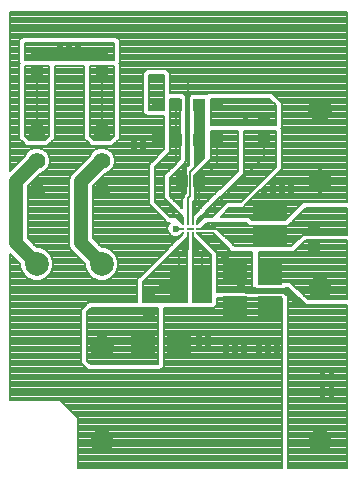
<source format=gtl>
G75*
G70*
%OFA0B0*%
%FSLAX24Y24*%
%IPPOS*%
%LPD*%
%AMOC8*
5,1,8,0,0,1.08239X$1,22.5*
%
%ADD10C,0.0079*%
%ADD11R,0.1181X0.0591*%
%ADD12R,0.0394X0.0394*%
%ADD13R,0.0787X0.0787*%
%ADD14C,0.0787*%
%ADD15R,0.0591X0.1181*%
%ADD16C,0.0551*%
%ADD17C,0.0079*%
%ADD18C,0.0236*%
%ADD19C,0.0472*%
%ADD20C,0.0118*%
%ADD21C,0.0197*%
D10*
X006063Y008110D03*
X006220Y008110D03*
X006220Y008268D03*
X006063Y008268D03*
X006063Y008425D03*
X006220Y008425D03*
X006378Y008425D03*
X006535Y008425D03*
X006535Y008268D03*
X006535Y008110D03*
X006378Y008110D03*
D11*
X008957Y008071D03*
X008957Y008858D03*
D12*
X010433Y008268D03*
X010433Y007677D03*
X006594Y009843D03*
X006004Y009843D03*
X005807Y011220D03*
X006594Y011220D03*
X007185Y011220D03*
X007185Y012402D03*
X006594Y012402D03*
X005807Y012402D03*
X005217Y012402D03*
X005217Y011220D03*
X003346Y013484D03*
X003346Y014075D03*
X001181Y014075D03*
X001181Y013484D03*
X008760Y011909D03*
X008760Y011319D03*
X004921Y006004D03*
X004921Y005413D03*
D13*
X004724Y004331D03*
X005906Y004331D03*
X007776Y005610D03*
X008957Y005610D03*
X008957Y006791D03*
X007776Y006791D03*
D14*
X010630Y006299D03*
X010630Y009843D03*
X010630Y012205D03*
X003346Y007087D03*
X001181Y007087D03*
X003346Y004331D03*
X003346Y001181D03*
X010630Y001181D03*
D15*
X006693Y006398D03*
X005906Y006398D03*
D16*
X003346Y009531D03*
X003346Y010531D03*
X003346Y011531D03*
X001181Y011531D03*
X001181Y010531D03*
X001181Y009531D03*
D17*
X002559Y000276D02*
X009350Y000276D01*
X009350Y000377D01*
X009350Y005945D01*
X008118Y005945D01*
X007185Y005945D01*
X007185Y005726D01*
X007070Y005610D01*
X006907Y005610D01*
X006479Y005610D01*
X006316Y005610D01*
X006299Y005627D01*
X006282Y005610D01*
X006119Y005610D01*
X005413Y005610D01*
X005413Y003822D01*
X005413Y003659D01*
X005298Y003543D01*
X003061Y003543D01*
X002898Y003543D01*
X002773Y003668D01*
X002657Y003784D01*
X002657Y005567D01*
X002773Y005682D01*
X002773Y005682D01*
X002782Y005692D01*
X002782Y005692D01*
X002898Y005807D01*
X004528Y005807D01*
X004528Y005889D01*
X004528Y006578D01*
X004643Y006693D01*
X005512Y007562D01*
X005512Y007562D01*
X005627Y007677D01*
X006021Y008071D01*
X006000Y008071D01*
X005963Y008034D01*
X005862Y007992D01*
X005752Y007992D01*
X005651Y008034D01*
X005573Y008112D01*
X005531Y008213D01*
X005531Y008323D01*
X005573Y008424D01*
X005614Y008465D01*
X005529Y008465D01*
X005413Y008580D01*
X004921Y009072D01*
X004921Y009235D01*
X004921Y010416D01*
X005037Y010531D01*
X005413Y010908D01*
X005413Y012008D01*
X005003Y012008D01*
X004840Y012008D01*
X004724Y012123D01*
X004724Y013467D01*
X004840Y013583D01*
X005003Y013583D01*
X005332Y013583D01*
X005495Y013583D01*
X005610Y013467D01*
X005610Y012795D01*
X006046Y012795D01*
X006161Y012680D01*
X006161Y012664D01*
X006161Y012139D01*
X006161Y010509D01*
X006046Y010394D01*
X005610Y009958D01*
X005610Y009353D01*
X005692Y009272D01*
X006024Y008940D01*
X006024Y009190D01*
X006024Y009353D01*
X006102Y009432D01*
X006102Y010076D01*
X006102Y010239D01*
X006240Y010377D01*
X006240Y010396D01*
X006240Y010958D01*
X006240Y011483D01*
X006240Y012139D01*
X006240Y012664D01*
X006332Y012756D01*
X006857Y012756D01*
X006862Y012750D01*
X006907Y012795D01*
X007070Y012795D01*
X009015Y012795D01*
X009130Y012680D01*
X009350Y012460D01*
X009350Y012297D01*
X009350Y011631D01*
X009333Y011614D01*
X009350Y011597D01*
X009350Y010416D01*
X009350Y010253D01*
X008169Y009072D01*
X008054Y008957D01*
X007601Y008957D01*
X007306Y008661D01*
X008088Y008661D01*
X008251Y008661D01*
X008349Y008563D01*
X009466Y008563D01*
X009941Y009038D01*
X010056Y009154D01*
X011533Y009154D01*
X011535Y009154D01*
X011535Y015472D01*
X000276Y015472D01*
X000276Y010183D01*
X000775Y010682D01*
X000814Y010777D01*
X000936Y010899D01*
X001095Y010965D01*
X001267Y010965D01*
X001426Y010899D01*
X001548Y010777D01*
X001614Y010618D01*
X001614Y010445D01*
X001548Y010286D01*
X001426Y010164D01*
X001331Y010125D01*
X000886Y009679D01*
X000886Y007939D01*
X001187Y007638D01*
X001291Y007638D01*
X001493Y007554D01*
X001648Y007399D01*
X001732Y007196D01*
X001732Y006977D01*
X001648Y006774D01*
X001493Y006619D01*
X001291Y006535D01*
X001071Y006535D01*
X000869Y006619D01*
X000714Y006774D01*
X000630Y006977D01*
X000630Y007081D01*
X000276Y007435D01*
X000276Y002559D01*
X001781Y002559D01*
X001944Y002559D01*
X002444Y002059D01*
X002559Y001944D01*
X002559Y000276D01*
X002559Y000309D02*
X009350Y000309D01*
X009350Y000386D02*
X002559Y000386D01*
X002559Y000464D02*
X009350Y000464D01*
X009350Y000541D02*
X002559Y000541D01*
X002559Y000618D02*
X009350Y000618D01*
X009350Y000696D02*
X002559Y000696D01*
X002559Y000773D02*
X009350Y000773D01*
X009350Y000850D02*
X002559Y000850D01*
X002559Y000927D02*
X009350Y000927D01*
X009350Y001005D02*
X002559Y001005D01*
X002559Y001082D02*
X009350Y001082D01*
X009350Y001159D02*
X002559Y001159D01*
X002559Y001237D02*
X009350Y001237D01*
X009350Y001314D02*
X002559Y001314D01*
X002559Y001391D02*
X009350Y001391D01*
X009350Y001468D02*
X002559Y001468D01*
X002559Y001546D02*
X009350Y001546D01*
X009350Y001623D02*
X002559Y001623D01*
X002559Y001700D02*
X009350Y001700D01*
X009350Y001778D02*
X002559Y001778D01*
X002559Y001855D02*
X009350Y001855D01*
X009350Y001932D02*
X002559Y001932D01*
X002493Y002009D02*
X009350Y002009D01*
X009350Y002087D02*
X002416Y002087D01*
X002339Y002164D02*
X009350Y002164D01*
X009350Y002241D02*
X002262Y002241D01*
X002184Y002319D02*
X009350Y002319D01*
X009350Y002396D02*
X002107Y002396D01*
X002030Y002473D02*
X009350Y002473D01*
X009350Y002550D02*
X001952Y002550D01*
X002886Y003555D02*
X000276Y003555D01*
X000276Y003478D02*
X009350Y003478D01*
X009350Y003555D02*
X005310Y003555D01*
X005387Y003632D02*
X009350Y003632D01*
X009350Y003710D02*
X005413Y003710D01*
X005413Y003787D02*
X009350Y003787D01*
X009350Y003864D02*
X005413Y003864D01*
X005413Y003941D02*
X009350Y003941D01*
X009350Y004019D02*
X005413Y004019D01*
X005413Y004096D02*
X009350Y004096D01*
X009350Y004173D02*
X005413Y004173D01*
X005413Y004251D02*
X009350Y004251D01*
X009350Y004328D02*
X005413Y004328D01*
X005413Y004405D02*
X009350Y004405D01*
X009350Y004482D02*
X005413Y004482D01*
X005413Y004560D02*
X009350Y004560D01*
X009350Y004637D02*
X005413Y004637D01*
X005413Y004714D02*
X009350Y004714D01*
X009350Y004792D02*
X005413Y004792D01*
X005413Y004869D02*
X009350Y004869D01*
X009350Y004946D02*
X005413Y004946D01*
X005413Y005023D02*
X009350Y005023D01*
X009350Y005101D02*
X005413Y005101D01*
X005413Y005178D02*
X009350Y005178D01*
X009350Y005255D02*
X005413Y005255D01*
X005413Y005333D02*
X009350Y005333D01*
X009350Y005410D02*
X005413Y005410D01*
X005413Y005487D02*
X009350Y005487D01*
X009350Y005564D02*
X005413Y005564D01*
X005217Y005564D02*
X002934Y005564D01*
X002979Y005610D02*
X002854Y005485D01*
X002854Y003865D01*
X002979Y003740D01*
X005217Y003740D01*
X005217Y005610D01*
X002979Y005610D01*
X002856Y005487D02*
X005217Y005487D01*
X005217Y005410D02*
X002854Y005410D01*
X002854Y005333D02*
X005217Y005333D01*
X005217Y005255D02*
X002854Y005255D01*
X002854Y005178D02*
X005217Y005178D01*
X005217Y005101D02*
X002854Y005101D01*
X002854Y005023D02*
X005217Y005023D01*
X005217Y004946D02*
X002854Y004946D01*
X002854Y004869D02*
X005217Y004869D01*
X005217Y004792D02*
X002854Y004792D01*
X002854Y004714D02*
X005217Y004714D01*
X005217Y004637D02*
X002854Y004637D01*
X002854Y004560D02*
X005217Y004560D01*
X005217Y004482D02*
X002854Y004482D01*
X002854Y004405D02*
X005217Y004405D01*
X005217Y004328D02*
X002854Y004328D01*
X002854Y004251D02*
X005217Y004251D01*
X005217Y004173D02*
X002854Y004173D01*
X002854Y004096D02*
X005217Y004096D01*
X005217Y004019D02*
X002854Y004019D01*
X002854Y003941D02*
X005217Y003941D01*
X005217Y003864D02*
X002855Y003864D01*
X002933Y003787D02*
X005217Y003787D01*
X004724Y005807D02*
X004724Y006496D01*
X005945Y007717D01*
X005948Y007717D01*
X006007Y007776D01*
X006181Y007776D01*
X006181Y007680D01*
X006181Y007517D01*
X006201Y007497D01*
X006201Y005807D01*
X004724Y005807D01*
X004724Y005874D02*
X006201Y005874D01*
X006201Y005951D02*
X004724Y005951D01*
X004724Y006028D02*
X006201Y006028D01*
X006201Y006105D02*
X004724Y006105D01*
X004724Y006183D02*
X006201Y006183D01*
X006201Y006260D02*
X004724Y006260D01*
X004724Y006337D02*
X006201Y006337D01*
X006201Y006415D02*
X004724Y006415D01*
X004724Y006492D02*
X006201Y006492D01*
X006201Y006569D02*
X004797Y006569D01*
X004875Y006646D02*
X006201Y006646D01*
X006201Y006724D02*
X004952Y006724D01*
X005029Y006801D02*
X006201Y006801D01*
X006201Y006878D02*
X005107Y006878D01*
X005184Y006956D02*
X006201Y006956D01*
X006201Y007033D02*
X005261Y007033D01*
X005338Y007110D02*
X006201Y007110D01*
X006201Y007187D02*
X005416Y007187D01*
X005493Y007265D02*
X006201Y007265D01*
X006201Y007283D02*
X006201Y007579D01*
X006220Y007598D01*
X006220Y007697D01*
X005906Y007382D01*
X005906Y006398D01*
X005315Y006398D01*
X004921Y006004D01*
X004528Y006028D02*
X000276Y006028D01*
X000276Y005951D02*
X004528Y005951D01*
X004528Y005874D02*
X000276Y005874D01*
X000276Y005796D02*
X002887Y005796D01*
X002810Y005719D02*
X000276Y005719D01*
X000276Y005642D02*
X002732Y005642D01*
X002657Y005564D02*
X000276Y005564D01*
X000276Y005487D02*
X002657Y005487D01*
X002657Y005410D02*
X000276Y005410D01*
X000276Y005333D02*
X002657Y005333D01*
X002657Y005255D02*
X000276Y005255D01*
X000276Y005178D02*
X002657Y005178D01*
X002657Y005101D02*
X000276Y005101D01*
X000276Y005023D02*
X002657Y005023D01*
X002657Y004946D02*
X000276Y004946D01*
X000276Y004869D02*
X002657Y004869D01*
X002657Y004792D02*
X000276Y004792D01*
X000276Y004714D02*
X002657Y004714D01*
X002657Y004637D02*
X000276Y004637D01*
X000276Y004560D02*
X002657Y004560D01*
X002657Y004482D02*
X000276Y004482D01*
X000276Y004405D02*
X002657Y004405D01*
X002657Y004328D02*
X000276Y004328D01*
X000276Y004251D02*
X002657Y004251D01*
X002657Y004173D02*
X000276Y004173D01*
X000276Y004096D02*
X002657Y004096D01*
X002657Y004019D02*
X000276Y004019D01*
X000276Y003941D02*
X002657Y003941D01*
X002657Y003864D02*
X000276Y003864D01*
X000276Y003787D02*
X002657Y003787D01*
X002731Y003710D02*
X000276Y003710D01*
X000276Y003632D02*
X002809Y003632D01*
X000276Y003400D02*
X009350Y003400D01*
X009350Y003323D02*
X000276Y003323D01*
X000276Y003246D02*
X009350Y003246D01*
X009350Y003169D02*
X000276Y003169D01*
X000276Y003091D02*
X009350Y003091D01*
X009350Y003014D02*
X000276Y003014D01*
X000276Y002937D02*
X009350Y002937D01*
X009350Y002859D02*
X000276Y002859D01*
X000276Y002782D02*
X009350Y002782D01*
X009350Y002705D02*
X000276Y002705D01*
X000276Y002628D02*
X009350Y002628D01*
X009547Y002628D02*
X011535Y002628D01*
X011535Y002705D02*
X009547Y002705D01*
X009547Y002782D02*
X011535Y002782D01*
X011535Y002859D02*
X009547Y002859D01*
X009547Y002937D02*
X011535Y002937D01*
X011535Y003014D02*
X009547Y003014D01*
X009547Y003091D02*
X011535Y003091D01*
X011535Y003169D02*
X009547Y003169D01*
X009547Y003246D02*
X011535Y003246D01*
X011535Y003323D02*
X009547Y003323D01*
X009547Y003400D02*
X011535Y003400D01*
X011535Y003478D02*
X009547Y003478D01*
X009547Y003555D02*
X011535Y003555D01*
X011535Y003632D02*
X009547Y003632D01*
X009547Y003710D02*
X011535Y003710D01*
X011535Y003787D02*
X009547Y003787D01*
X009547Y003864D02*
X011535Y003864D01*
X011535Y003941D02*
X009547Y003941D01*
X009547Y004019D02*
X011535Y004019D01*
X011535Y004096D02*
X009547Y004096D01*
X009547Y004173D02*
X011535Y004173D01*
X011535Y004251D02*
X009547Y004251D01*
X009547Y004328D02*
X011535Y004328D01*
X011535Y004405D02*
X009547Y004405D01*
X009547Y004482D02*
X011535Y004482D01*
X011535Y004560D02*
X009547Y004560D01*
X009547Y004637D02*
X011535Y004637D01*
X011535Y004714D02*
X009547Y004714D01*
X009547Y004792D02*
X011535Y004792D01*
X011535Y004869D02*
X009547Y004869D01*
X009547Y004946D02*
X011535Y004946D01*
X011535Y005023D02*
X009547Y005023D01*
X009547Y005101D02*
X011535Y005101D01*
X011535Y005178D02*
X009547Y005178D01*
X009547Y005255D02*
X011535Y005255D01*
X011535Y005333D02*
X009547Y005333D01*
X009547Y005410D02*
X011535Y005410D01*
X011535Y005487D02*
X009547Y005487D01*
X009547Y005564D02*
X011535Y005564D01*
X011535Y005642D02*
X009547Y005642D01*
X009547Y005719D02*
X010127Y005719D01*
X010138Y005709D02*
X011535Y005709D01*
X011535Y000295D01*
X009547Y000295D01*
X009547Y006043D01*
X009449Y006142D01*
X009435Y006142D01*
X009416Y006161D01*
X008498Y006161D01*
X008478Y006142D01*
X008254Y006142D01*
X008234Y006161D01*
X007317Y006161D01*
X007297Y006142D01*
X007185Y006142D01*
X007185Y007480D01*
X006693Y007972D01*
X007173Y007972D01*
X007665Y007480D01*
X008366Y007480D01*
X008366Y006299D01*
X008439Y006299D01*
X008498Y006240D01*
X009416Y006240D01*
X009475Y006299D01*
X009547Y006299D01*
X010138Y005709D01*
X010050Y005796D02*
X009547Y005796D01*
X009547Y005874D02*
X009973Y005874D01*
X009896Y005951D02*
X009547Y005951D01*
X009547Y006028D02*
X009818Y006028D01*
X009741Y006105D02*
X009485Y006105D01*
X009435Y006260D02*
X009586Y006260D01*
X009664Y006183D02*
X007185Y006183D01*
X007185Y006260D02*
X008478Y006260D01*
X008366Y006337D02*
X007185Y006337D01*
X007185Y006415D02*
X008366Y006415D01*
X008366Y006492D02*
X007185Y006492D01*
X007185Y006569D02*
X008366Y006569D01*
X008366Y006646D02*
X007185Y006646D01*
X007185Y006724D02*
X008366Y006724D01*
X008366Y006801D02*
X007185Y006801D01*
X007185Y006878D02*
X008366Y006878D01*
X008366Y006956D02*
X007185Y006956D01*
X007185Y007033D02*
X008366Y007033D01*
X008366Y007110D02*
X007185Y007110D01*
X007185Y007187D02*
X008366Y007187D01*
X008366Y007265D02*
X007185Y007265D01*
X007185Y007342D02*
X008366Y007342D01*
X008366Y007419D02*
X007185Y007419D01*
X007185Y007461D02*
X006535Y008110D01*
X006614Y008110D01*
X006732Y007992D01*
X006705Y007960D02*
X007185Y007960D01*
X007262Y007883D02*
X006782Y007883D01*
X006860Y007806D02*
X007340Y007806D01*
X007417Y007728D02*
X006937Y007728D01*
X007014Y007651D02*
X007494Y007651D01*
X007572Y007574D02*
X007092Y007574D01*
X007169Y007496D02*
X007649Y007496D01*
X007579Y007531D02*
X007079Y008031D01*
X006693Y008031D01*
X006535Y008110D02*
X007047Y008110D01*
X007579Y007579D01*
X007579Y007531D01*
X007579Y007382D01*
X007776Y007677D02*
X007185Y008268D01*
X007168Y008268D01*
X007129Y008307D01*
X006966Y008307D01*
X006929Y008307D01*
X007087Y008465D01*
X008169Y008465D01*
X008268Y008366D01*
X009547Y008366D01*
X009587Y008406D01*
X009612Y008406D01*
X009705Y008498D01*
X009705Y008524D01*
X010138Y008957D01*
X011535Y008957D01*
X011535Y008071D01*
X010039Y008071D01*
X009646Y007677D01*
X007776Y007677D01*
X007724Y007728D02*
X009697Y007728D01*
X009774Y007806D02*
X007647Y007806D01*
X007570Y007883D02*
X009851Y007883D01*
X009929Y007960D02*
X007493Y007960D01*
X007415Y008037D02*
X010006Y008037D01*
X010138Y007874D02*
X011535Y007874D01*
X011535Y005905D01*
X010219Y005905D01*
X009629Y006496D01*
X009466Y006496D01*
X008602Y006496D01*
X008602Y007480D01*
X009744Y007480D01*
X010138Y007874D01*
X010069Y007806D02*
X011535Y007806D01*
X011535Y007728D02*
X009992Y007728D01*
X009915Y007651D02*
X011535Y007651D01*
X011535Y007574D02*
X009838Y007574D01*
X009760Y007496D02*
X011535Y007496D01*
X011535Y007419D02*
X008602Y007419D01*
X008602Y007342D02*
X011535Y007342D01*
X011535Y007265D02*
X008602Y007265D01*
X008602Y007187D02*
X011535Y007187D01*
X011535Y007110D02*
X008602Y007110D01*
X008602Y007033D02*
X011535Y007033D01*
X011535Y006956D02*
X008602Y006956D01*
X008602Y006878D02*
X011535Y006878D01*
X011535Y006801D02*
X008602Y006801D01*
X008602Y006724D02*
X011535Y006724D01*
X011535Y006646D02*
X008602Y006646D01*
X008602Y006569D02*
X011535Y006569D01*
X011535Y006492D02*
X009633Y006492D01*
X009710Y006415D02*
X011535Y006415D01*
X011535Y006337D02*
X009788Y006337D01*
X009865Y006260D02*
X011535Y006260D01*
X011535Y006183D02*
X009942Y006183D01*
X010019Y006105D02*
X011535Y006105D01*
X011535Y006028D02*
X010097Y006028D01*
X010174Y005951D02*
X011535Y005951D01*
X009350Y005874D02*
X007185Y005874D01*
X007185Y005796D02*
X009350Y005796D01*
X009350Y005719D02*
X007178Y005719D01*
X007101Y005642D02*
X009350Y005642D01*
X006988Y005807D02*
X006398Y005807D01*
X006398Y007497D01*
X006417Y007517D01*
X006417Y007680D01*
X006417Y007778D01*
X006417Y007854D01*
X006988Y007283D01*
X006988Y005807D01*
X006988Y005874D02*
X006398Y005874D01*
X006398Y005951D02*
X006988Y005951D01*
X006988Y006028D02*
X006398Y006028D01*
X006398Y006105D02*
X006988Y006105D01*
X006988Y006183D02*
X006398Y006183D01*
X006398Y006260D02*
X006988Y006260D01*
X006988Y006337D02*
X006398Y006337D01*
X006398Y006415D02*
X006988Y006415D01*
X006988Y006492D02*
X006398Y006492D01*
X006398Y006569D02*
X006988Y006569D01*
X006988Y006646D02*
X006398Y006646D01*
X006398Y006724D02*
X006988Y006724D01*
X006988Y006801D02*
X006398Y006801D01*
X006398Y006878D02*
X006988Y006878D01*
X006988Y006956D02*
X006398Y006956D01*
X006398Y007033D02*
X006988Y007033D01*
X006988Y006988D02*
X006988Y007382D01*
X006378Y007992D01*
X006378Y008110D01*
X006378Y007992D02*
X006378Y007697D01*
X006378Y007598D01*
X006398Y007579D01*
X006398Y007382D01*
X006398Y007419D02*
X006852Y007419D01*
X006775Y007496D02*
X006398Y007496D01*
X006417Y007574D02*
X006698Y007574D01*
X006621Y007651D02*
X006417Y007651D01*
X006378Y007697D02*
X006693Y007382D01*
X006693Y006398D01*
X006398Y007110D02*
X006988Y007110D01*
X006988Y007187D02*
X006398Y007187D01*
X006398Y007265D02*
X006988Y007265D01*
X006930Y007342D02*
X006398Y007342D01*
X006201Y007342D02*
X005570Y007342D01*
X005648Y007419D02*
X006201Y007419D01*
X006201Y007496D02*
X005725Y007496D01*
X005709Y007480D02*
X005807Y007480D01*
X006201Y007874D01*
X006220Y007992D02*
X005709Y007480D01*
X005802Y007574D02*
X006181Y007574D01*
X006201Y007579D02*
X006004Y007382D01*
X005879Y007651D02*
X006181Y007651D01*
X006220Y007697D02*
X006220Y008110D01*
X006220Y007992D01*
X006063Y008110D02*
X005866Y007913D01*
X005650Y007913D01*
X005648Y008037D02*
X003051Y008037D01*
X003051Y007960D02*
X005910Y007960D01*
X005945Y008031D02*
X005984Y008031D01*
X006063Y008110D01*
X005987Y008037D02*
X005967Y008037D01*
X005833Y007883D02*
X003107Y007883D01*
X003051Y007939D02*
X003051Y009679D01*
X003497Y010125D01*
X003592Y010164D01*
X003714Y010286D01*
X003779Y010445D01*
X003779Y010618D01*
X003714Y010777D01*
X003592Y010899D01*
X003433Y010965D01*
X003260Y010965D01*
X003101Y010899D01*
X002979Y010777D01*
X002940Y010682D01*
X002324Y010066D01*
X002264Y009921D01*
X002264Y009764D01*
X002264Y007854D01*
X002264Y007697D01*
X002324Y007553D01*
X002795Y007081D01*
X002795Y006977D01*
X002879Y006774D01*
X003034Y006619D01*
X003237Y006535D01*
X003456Y006535D01*
X003659Y006619D01*
X003814Y006774D01*
X003898Y006977D01*
X003898Y007196D01*
X003814Y007399D01*
X003659Y007554D01*
X003456Y007638D01*
X003352Y007638D01*
X003051Y007939D01*
X003051Y008115D02*
X005572Y008115D01*
X005540Y008192D02*
X003051Y008192D01*
X003051Y008269D02*
X005531Y008269D01*
X005541Y008347D02*
X003051Y008347D01*
X003051Y008424D02*
X005574Y008424D01*
X005492Y008501D02*
X003051Y008501D01*
X003051Y008578D02*
X005415Y008578D01*
X005337Y008656D02*
X003051Y008656D01*
X003051Y008733D02*
X005260Y008733D01*
X005183Y008810D02*
X003051Y008810D01*
X003051Y008888D02*
X005106Y008888D01*
X005028Y008965D02*
X003051Y008965D01*
X003051Y009042D02*
X004951Y009042D01*
X004921Y009119D02*
X003051Y009119D01*
X003051Y009197D02*
X004921Y009197D01*
X004921Y009274D02*
X003051Y009274D01*
X003051Y009351D02*
X004921Y009351D01*
X004921Y009429D02*
X003051Y009429D01*
X003051Y009506D02*
X004921Y009506D01*
X004921Y009583D02*
X003051Y009583D01*
X003051Y009660D02*
X004921Y009660D01*
X004921Y009738D02*
X003109Y009738D01*
X003187Y009815D02*
X004921Y009815D01*
X004921Y009892D02*
X003264Y009892D01*
X003341Y009970D02*
X004921Y009970D01*
X004921Y010047D02*
X003419Y010047D01*
X003496Y010124D02*
X004921Y010124D01*
X004921Y010201D02*
X003629Y010201D01*
X003706Y010279D02*
X004921Y010279D01*
X004921Y010356D02*
X003742Y010356D01*
X003774Y010433D02*
X004938Y010433D01*
X005016Y010511D02*
X003779Y010511D01*
X003779Y010588D02*
X005093Y010588D01*
X005170Y010665D02*
X003760Y010665D01*
X003728Y010742D02*
X005247Y010742D01*
X005325Y010820D02*
X003671Y010820D01*
X003593Y010897D02*
X005402Y010897D01*
X005413Y010974D02*
X000276Y010974D01*
X000276Y010897D02*
X000934Y010897D01*
X000857Y010820D02*
X000276Y010820D01*
X000276Y010742D02*
X000800Y010742D01*
X000758Y010665D02*
X000276Y010665D01*
X000276Y010588D02*
X000681Y010588D01*
X000603Y010511D02*
X000276Y010511D01*
X000276Y010433D02*
X000526Y010433D01*
X000449Y010356D02*
X000276Y010356D01*
X000276Y010279D02*
X000372Y010279D01*
X000294Y010201D02*
X000276Y010201D01*
X000886Y009660D02*
X002264Y009660D01*
X002264Y009583D02*
X000886Y009583D01*
X000886Y009506D02*
X002264Y009506D01*
X002264Y009429D02*
X000886Y009429D01*
X000886Y009351D02*
X002264Y009351D01*
X002264Y009274D02*
X000886Y009274D01*
X000886Y009197D02*
X002264Y009197D01*
X002264Y009119D02*
X000886Y009119D01*
X000886Y009042D02*
X002264Y009042D01*
X002264Y008965D02*
X000886Y008965D01*
X000886Y008888D02*
X002264Y008888D01*
X002264Y008810D02*
X000886Y008810D01*
X000886Y008733D02*
X002264Y008733D01*
X002264Y008656D02*
X000886Y008656D01*
X000886Y008578D02*
X002264Y008578D01*
X002264Y008501D02*
X000886Y008501D01*
X000886Y008424D02*
X002264Y008424D01*
X002264Y008347D02*
X000886Y008347D01*
X000886Y008269D02*
X002264Y008269D01*
X002264Y008192D02*
X000886Y008192D01*
X000886Y008115D02*
X002264Y008115D01*
X002264Y008037D02*
X000886Y008037D01*
X000886Y007960D02*
X002264Y007960D01*
X002264Y007883D02*
X000942Y007883D01*
X001019Y007806D02*
X002264Y007806D01*
X002264Y007728D02*
X001096Y007728D01*
X001173Y007651D02*
X002283Y007651D01*
X002315Y007574D02*
X001445Y007574D01*
X001551Y007496D02*
X002380Y007496D01*
X002457Y007419D02*
X001628Y007419D01*
X001672Y007342D02*
X002534Y007342D01*
X002612Y007265D02*
X001704Y007265D01*
X001732Y007187D02*
X002689Y007187D01*
X002766Y007110D02*
X001732Y007110D01*
X001732Y007033D02*
X002795Y007033D01*
X002804Y006956D02*
X001723Y006956D01*
X001691Y006878D02*
X002836Y006878D01*
X002868Y006801D02*
X001659Y006801D01*
X001598Y006724D02*
X002930Y006724D01*
X003007Y006646D02*
X001520Y006646D01*
X001372Y006569D02*
X003155Y006569D01*
X003537Y006569D02*
X004528Y006569D01*
X004528Y006492D02*
X000276Y006492D01*
X000276Y006569D02*
X000990Y006569D01*
X000842Y006646D02*
X000276Y006646D01*
X000276Y006724D02*
X000765Y006724D01*
X000703Y006801D02*
X000276Y006801D01*
X000276Y006878D02*
X000671Y006878D01*
X000639Y006956D02*
X000276Y006956D01*
X000276Y007033D02*
X000630Y007033D01*
X000601Y007110D02*
X000276Y007110D01*
X000276Y007187D02*
X000524Y007187D01*
X000446Y007265D02*
X000276Y007265D01*
X000276Y007342D02*
X000369Y007342D01*
X000292Y007419D02*
X000276Y007419D01*
X000276Y006415D02*
X004528Y006415D01*
X004528Y006337D02*
X000276Y006337D01*
X000276Y006260D02*
X004528Y006260D01*
X004528Y006183D02*
X000276Y006183D01*
X000276Y006105D02*
X004528Y006105D01*
X004596Y006646D02*
X003686Y006646D01*
X003763Y006724D02*
X004674Y006724D01*
X004751Y006801D02*
X003825Y006801D01*
X003857Y006878D02*
X004828Y006878D01*
X004906Y006956D02*
X003889Y006956D01*
X003898Y007033D02*
X004983Y007033D01*
X005060Y007110D02*
X003898Y007110D01*
X003898Y007187D02*
X005137Y007187D01*
X005215Y007265D02*
X003869Y007265D01*
X003837Y007342D02*
X005292Y007342D01*
X005369Y007419D02*
X003793Y007419D01*
X003716Y007496D02*
X005446Y007496D01*
X005524Y007574D02*
X003611Y007574D01*
X003339Y007651D02*
X005601Y007651D01*
X005678Y007728D02*
X003261Y007728D01*
X003184Y007806D02*
X005756Y007806D01*
X005959Y007728D02*
X006181Y007728D01*
X006417Y007728D02*
X006543Y007728D01*
X006466Y007806D02*
X006417Y007806D01*
X006398Y007579D02*
X006594Y007382D01*
X007338Y008115D02*
X011535Y008115D01*
X011535Y008192D02*
X007261Y008192D01*
X007166Y008269D02*
X011535Y008269D01*
X011535Y008347D02*
X006969Y008347D01*
X006969Y008425D02*
X006850Y008307D01*
X006772Y008307D01*
X006929Y008465D01*
X007126Y008465D01*
X007046Y008424D02*
X008210Y008424D01*
X008334Y008578D02*
X009481Y008578D01*
X009558Y008656D02*
X008256Y008656D01*
X008062Y008965D02*
X009868Y008965D01*
X009945Y009042D02*
X008139Y009042D01*
X008217Y009119D02*
X010022Y009119D01*
X010069Y008888D02*
X011535Y008888D01*
X011535Y008810D02*
X009991Y008810D01*
X009914Y008733D02*
X011535Y008733D01*
X011535Y008656D02*
X009837Y008656D01*
X009760Y008578D02*
X011535Y008578D01*
X011535Y008501D02*
X009705Y008501D01*
X009631Y008424D02*
X011535Y008424D01*
X011535Y009197D02*
X008294Y009197D01*
X008371Y009274D02*
X011535Y009274D01*
X011535Y009351D02*
X008449Y009351D01*
X008526Y009429D02*
X011535Y009429D01*
X011535Y009506D02*
X008603Y009506D01*
X008680Y009583D02*
X011535Y009583D01*
X011535Y009660D02*
X008758Y009660D01*
X008835Y009738D02*
X011535Y009738D01*
X011535Y009815D02*
X008912Y009815D01*
X008990Y009892D02*
X011535Y009892D01*
X011535Y009970D02*
X009067Y009970D01*
X009144Y010047D02*
X011535Y010047D01*
X011535Y010124D02*
X009221Y010124D01*
X009299Y010201D02*
X011535Y010201D01*
X011535Y010279D02*
X009350Y010279D01*
X009350Y010356D02*
X011535Y010356D01*
X011535Y010433D02*
X009350Y010433D01*
X009350Y010511D02*
X011535Y010511D01*
X011535Y010588D02*
X009350Y010588D01*
X009350Y010665D02*
X011535Y010665D01*
X011535Y010742D02*
X009350Y010742D01*
X009350Y010820D02*
X011535Y010820D01*
X011535Y010897D02*
X009350Y010897D01*
X009350Y010974D02*
X011535Y010974D01*
X011535Y011052D02*
X009350Y011052D01*
X009350Y011129D02*
X011535Y011129D01*
X011535Y011206D02*
X009350Y011206D01*
X009350Y011283D02*
X011535Y011283D01*
X011535Y011361D02*
X009350Y011361D01*
X009350Y011438D02*
X011535Y011438D01*
X011535Y011515D02*
X009350Y011515D01*
X009350Y011593D02*
X011535Y011593D01*
X011535Y011670D02*
X009350Y011670D01*
X009350Y011747D02*
X011535Y011747D01*
X011535Y011824D02*
X009350Y011824D01*
X009350Y011902D02*
X011535Y011902D01*
X011535Y011979D02*
X009350Y011979D01*
X009350Y012056D02*
X011535Y012056D01*
X011535Y012134D02*
X009350Y012134D01*
X009350Y012211D02*
X011535Y012211D01*
X011535Y012288D02*
X009350Y012288D01*
X009350Y012365D02*
X011535Y012365D01*
X011535Y012443D02*
X009350Y012443D01*
X009290Y012520D02*
X011535Y012520D01*
X011535Y012597D02*
X009213Y012597D01*
X009136Y012674D02*
X011535Y012674D01*
X011535Y012752D02*
X009058Y012752D01*
X008933Y012598D02*
X009154Y012378D01*
X009154Y011713D01*
X006988Y011713D01*
X006988Y012598D01*
X008933Y012598D01*
X008935Y012597D02*
X006988Y012597D01*
X006988Y012520D02*
X009012Y012520D01*
X009089Y012443D02*
X006988Y012443D01*
X006988Y012365D02*
X009154Y012365D01*
X009154Y012288D02*
X006988Y012288D01*
X006988Y012211D02*
X009154Y012211D01*
X009154Y012134D02*
X006988Y012134D01*
X006988Y012056D02*
X009154Y012056D01*
X009154Y011979D02*
X006988Y011979D01*
X006988Y011902D02*
X009154Y011902D01*
X009154Y011824D02*
X006988Y011824D01*
X006988Y011747D02*
X009154Y011747D01*
X009154Y011516D02*
X009154Y010335D01*
X007972Y009154D01*
X007520Y009154D01*
X007028Y008661D01*
X006791Y008661D01*
X006791Y008819D01*
X008071Y010098D01*
X008071Y011516D01*
X009154Y011516D01*
X009154Y011515D02*
X008071Y011515D01*
X008071Y011438D02*
X009154Y011438D01*
X009154Y011361D02*
X008071Y011361D01*
X008071Y011283D02*
X009154Y011283D01*
X009154Y011206D02*
X008071Y011206D01*
X008071Y011129D02*
X009154Y011129D01*
X009154Y011052D02*
X008071Y011052D01*
X008071Y010974D02*
X009154Y010974D01*
X009154Y010897D02*
X008071Y010897D01*
X008071Y010820D02*
X009154Y010820D01*
X009154Y010742D02*
X008071Y010742D01*
X008071Y010665D02*
X009154Y010665D01*
X009154Y010588D02*
X008071Y010588D01*
X008071Y010511D02*
X009154Y010511D01*
X009154Y010433D02*
X008071Y010433D01*
X008071Y010356D02*
X009154Y010356D01*
X009098Y010279D02*
X008071Y010279D01*
X008071Y010201D02*
X009020Y010201D01*
X008943Y010124D02*
X008071Y010124D01*
X008019Y010047D02*
X008866Y010047D01*
X008788Y009970D02*
X007942Y009970D01*
X007865Y009892D02*
X008711Y009892D01*
X008634Y009815D02*
X007787Y009815D01*
X007710Y009738D02*
X008557Y009738D01*
X008479Y009660D02*
X007633Y009660D01*
X007556Y009583D02*
X008402Y009583D01*
X008325Y009506D02*
X007478Y009506D01*
X007401Y009429D02*
X008247Y009429D01*
X008170Y009351D02*
X007324Y009351D01*
X007246Y009274D02*
X008093Y009274D01*
X008016Y009197D02*
X007169Y009197D01*
X007092Y009119D02*
X007486Y009119D01*
X007408Y009042D02*
X007015Y009042D01*
X006937Y008965D02*
X007331Y008965D01*
X007254Y008888D02*
X006860Y008888D01*
X006870Y008898D02*
X006870Y008839D01*
X006575Y008543D01*
X006535Y008563D02*
X006870Y008898D01*
X006791Y008810D02*
X007176Y008810D01*
X007099Y008733D02*
X006791Y008733D01*
X006575Y008898D02*
X006575Y009094D01*
X006480Y009161D02*
X006378Y009059D01*
X006378Y009154D01*
X006543Y009319D01*
X006496Y009351D02*
X007028Y009351D01*
X006951Y009274D02*
X006496Y009274D01*
X006496Y009269D02*
X006496Y010076D01*
X006676Y010256D01*
X006834Y010413D01*
X006949Y010529D01*
X006949Y010551D01*
X006988Y010591D01*
X006988Y011516D01*
X007874Y011516D01*
X007874Y010197D01*
X006417Y008740D01*
X006417Y009190D01*
X006496Y009269D01*
X006424Y009197D02*
X006874Y009197D01*
X006797Y009119D02*
X006417Y009119D01*
X006378Y009059D02*
X006378Y008858D01*
X006437Y008917D01*
X006437Y010039D01*
X007028Y010630D01*
X006988Y010665D02*
X007874Y010665D01*
X007874Y010588D02*
X006985Y010588D01*
X006931Y010511D02*
X007874Y010511D01*
X007874Y010433D02*
X006853Y010433D01*
X006776Y010356D02*
X007874Y010356D01*
X007874Y010279D02*
X006699Y010279D01*
X006622Y010201D02*
X007874Y010201D01*
X007801Y010124D02*
X006544Y010124D01*
X006496Y010047D02*
X007724Y010047D01*
X007647Y009970D02*
X006496Y009970D01*
X006496Y009892D02*
X007569Y009892D01*
X007492Y009815D02*
X006496Y009815D01*
X006496Y009738D02*
X007415Y009738D01*
X007338Y009660D02*
X006496Y009660D01*
X006496Y009583D02*
X007260Y009583D01*
X007183Y009506D02*
X006496Y009506D01*
X006496Y009429D02*
X007106Y009429D01*
X006719Y009042D02*
X006417Y009042D01*
X006417Y008965D02*
X006642Y008965D01*
X006594Y008957D02*
X006594Y009843D01*
X007185Y010433D01*
X007185Y011220D01*
X006988Y011206D02*
X007874Y011206D01*
X007874Y011129D02*
X006988Y011129D01*
X006988Y011052D02*
X007874Y011052D01*
X007874Y010974D02*
X006988Y010974D01*
X006988Y010897D02*
X007874Y010897D01*
X007874Y010820D02*
X006988Y010820D01*
X006988Y010742D02*
X007874Y010742D01*
X007874Y011283D02*
X006988Y011283D01*
X006988Y011361D02*
X007874Y011361D01*
X007874Y011438D02*
X006988Y011438D01*
X006988Y011515D02*
X007874Y011515D01*
X008760Y011319D02*
X008760Y010650D01*
X006535Y008425D01*
X006535Y008563D01*
X006378Y008425D02*
X006378Y008701D01*
X006575Y008898D01*
X006565Y008888D02*
X006417Y008888D01*
X006378Y008858D02*
X006378Y008740D01*
X006594Y008957D01*
X006487Y008810D02*
X006417Y008810D01*
X006378Y008740D02*
X006378Y008701D01*
X006220Y008425D02*
X006220Y009272D01*
X006299Y009350D01*
X006299Y010157D01*
X006594Y010453D01*
X006752Y010610D01*
X006752Y012264D01*
X006437Y012264D01*
X006437Y010315D01*
X006476Y010354D01*
X006476Y012283D01*
X006516Y012283D01*
X006516Y010453D01*
X006535Y010433D01*
X006654Y010551D01*
X006654Y012283D01*
X006673Y012283D01*
X006673Y010591D01*
X006713Y010591D01*
X006594Y010453D02*
X006594Y011220D01*
X006594Y012402D01*
X006240Y012365D02*
X006161Y012365D01*
X006161Y012288D02*
X006240Y012288D01*
X006240Y012211D02*
X006161Y012211D01*
X006161Y012134D02*
X006240Y012134D01*
X006240Y012056D02*
X006161Y012056D01*
X006161Y011979D02*
X006240Y011979D01*
X006240Y011902D02*
X006161Y011902D01*
X006161Y011824D02*
X006240Y011824D01*
X006240Y011747D02*
X006161Y011747D01*
X006161Y011670D02*
X006240Y011670D01*
X006240Y011593D02*
X006161Y011593D01*
X006161Y011515D02*
X006240Y011515D01*
X006240Y011438D02*
X006161Y011438D01*
X006161Y011361D02*
X006240Y011361D01*
X006240Y011283D02*
X006161Y011283D01*
X006161Y011206D02*
X006240Y011206D01*
X006240Y011129D02*
X006161Y011129D01*
X006161Y011052D02*
X006240Y011052D01*
X006240Y010974D02*
X006161Y010974D01*
X006161Y010897D02*
X006240Y010897D01*
X006240Y010820D02*
X006161Y010820D01*
X006161Y010742D02*
X006240Y010742D01*
X006240Y010665D02*
X006161Y010665D01*
X006161Y010588D02*
X006240Y010588D01*
X006240Y010511D02*
X006161Y010511D01*
X006086Y010433D02*
X006240Y010433D01*
X006220Y010394D02*
X006220Y013150D01*
X006339Y013268D01*
X006328Y012752D02*
X006090Y012752D01*
X006161Y012674D02*
X006251Y012674D01*
X006240Y012597D02*
X006161Y012597D01*
X006161Y012520D02*
X006240Y012520D01*
X006240Y012443D02*
X006161Y012443D01*
X005965Y012443D02*
X005610Y012443D01*
X005610Y012520D02*
X005965Y012520D01*
X005965Y012597D02*
X005610Y012597D01*
X005610Y012598D02*
X005965Y012598D01*
X005965Y010591D01*
X005413Y010039D01*
X005413Y009272D01*
X005464Y009221D01*
X005475Y009194D01*
X005553Y009117D01*
X005579Y009106D01*
X005906Y008780D01*
X005906Y008563D01*
X005807Y008661D01*
X005610Y008661D01*
X005118Y009154D01*
X005118Y010335D01*
X005610Y010827D01*
X005610Y012598D01*
X005413Y012597D02*
X004921Y012597D01*
X004921Y012520D02*
X005413Y012520D01*
X005413Y012443D02*
X004921Y012443D01*
X004921Y012365D02*
X005413Y012365D01*
X005413Y012288D02*
X004921Y012288D01*
X004921Y012211D02*
X005413Y012211D01*
X005413Y012205D02*
X004921Y012205D01*
X004921Y013386D01*
X005413Y013386D01*
X005413Y012205D01*
X005610Y012211D02*
X005965Y012211D01*
X005965Y012288D02*
X005610Y012288D01*
X005610Y012365D02*
X005965Y012365D01*
X005807Y012402D02*
X005807Y011220D01*
X005807Y010433D01*
X005413Y010039D01*
X005413Y009272D01*
X005512Y009173D01*
X005610Y009075D01*
X006004Y008681D01*
X006004Y008504D01*
X005945Y008563D01*
X005945Y008740D01*
X005906Y008733D02*
X005539Y008733D01*
X005461Y008810D02*
X005875Y008810D01*
X005797Y008888D02*
X005384Y008888D01*
X005307Y008965D02*
X005720Y008965D01*
X005643Y009042D02*
X005229Y009042D01*
X005152Y009119D02*
X005550Y009119D01*
X005610Y009075D02*
X005610Y008878D01*
X006063Y008425D01*
X006063Y008622D01*
X006004Y008681D01*
X005906Y008656D02*
X005813Y008656D01*
X005890Y008578D02*
X005906Y008578D01*
X005807Y008268D02*
X006063Y008268D01*
X006220Y008268D02*
X006378Y008268D01*
X006535Y008268D02*
X006654Y008268D01*
X006850Y008465D01*
X006929Y008465D01*
X006654Y008268D02*
X007677Y008268D01*
X007378Y008733D02*
X009636Y008733D01*
X009713Y008810D02*
X007455Y008810D01*
X007532Y008888D02*
X009790Y008888D01*
X006161Y009449D02*
X006024Y009311D01*
X006024Y010197D01*
X006220Y010394D01*
X006219Y010356D02*
X006008Y010356D01*
X005931Y010279D02*
X006142Y010279D01*
X006161Y010276D02*
X006161Y009803D01*
X006161Y009449D01*
X006099Y009429D02*
X005610Y009429D01*
X005610Y009506D02*
X006102Y009506D01*
X006102Y009583D02*
X005610Y009583D01*
X005610Y009660D02*
X006102Y009660D01*
X006102Y009738D02*
X005610Y009738D01*
X005610Y009815D02*
X006102Y009815D01*
X006161Y009803D02*
X005827Y009803D01*
X005827Y010000D01*
X005777Y010124D02*
X006102Y010124D01*
X006102Y010047D02*
X005699Y010047D01*
X005622Y009970D02*
X006102Y009970D01*
X006102Y009892D02*
X005610Y009892D01*
X005413Y009892D02*
X005118Y009892D01*
X005118Y009815D02*
X005413Y009815D01*
X005413Y009738D02*
X005118Y009738D01*
X005118Y009660D02*
X005413Y009660D01*
X005413Y009583D02*
X005118Y009583D01*
X005118Y009506D02*
X005413Y009506D01*
X005413Y009429D02*
X005118Y009429D01*
X005118Y009351D02*
X005413Y009351D01*
X005413Y009274D02*
X005118Y009274D01*
X005118Y009197D02*
X005474Y009197D01*
X005612Y009351D02*
X006024Y009351D01*
X006024Y009274D02*
X005689Y009274D01*
X005767Y009197D02*
X006024Y009197D01*
X006024Y009119D02*
X005844Y009119D01*
X005921Y009042D02*
X006024Y009042D01*
X006024Y008965D02*
X005999Y008965D01*
X006004Y009843D02*
X006004Y010138D01*
X006102Y010201D02*
X005854Y010201D01*
X005730Y010356D02*
X005139Y010356D01*
X005118Y010279D02*
X005653Y010279D01*
X005575Y010201D02*
X005118Y010201D01*
X005118Y010124D02*
X005498Y010124D01*
X005421Y010047D02*
X005118Y010047D01*
X005118Y009970D02*
X005413Y009970D01*
X005217Y010433D02*
X005807Y010433D01*
X005885Y010511D02*
X005294Y010511D01*
X005371Y010588D02*
X005962Y010588D01*
X005965Y010665D02*
X005449Y010665D01*
X005526Y010742D02*
X005965Y010742D01*
X005965Y010820D02*
X005603Y010820D01*
X005610Y010897D02*
X005965Y010897D01*
X005965Y010974D02*
X005610Y010974D01*
X005610Y011052D02*
X005965Y011052D01*
X005965Y011129D02*
X005610Y011129D01*
X005610Y011206D02*
X005965Y011206D01*
X005965Y011283D02*
X005610Y011283D01*
X005610Y011361D02*
X005965Y011361D01*
X005965Y011438D02*
X005610Y011438D01*
X005610Y011515D02*
X005965Y011515D01*
X005965Y011593D02*
X005610Y011593D01*
X005610Y011670D02*
X005965Y011670D01*
X005965Y011747D02*
X005610Y011747D01*
X005610Y011824D02*
X005965Y011824D01*
X005965Y011902D02*
X005610Y011902D01*
X005610Y011979D02*
X005965Y011979D01*
X005965Y012056D02*
X005610Y012056D01*
X005610Y012134D02*
X005965Y012134D01*
X005413Y011979D02*
X003937Y011979D01*
X003937Y012056D02*
X004791Y012056D01*
X004724Y012134D02*
X003937Y012134D01*
X003937Y012211D02*
X004724Y012211D01*
X004724Y012288D02*
X003937Y012288D01*
X003937Y012365D02*
X004724Y012365D01*
X004724Y012443D02*
X003937Y012443D01*
X003937Y012520D02*
X004724Y012520D01*
X004724Y012597D02*
X003937Y012597D01*
X003937Y012674D02*
X004724Y012674D01*
X004724Y012752D02*
X003937Y012752D01*
X003937Y012829D02*
X004724Y012829D01*
X004724Y012906D02*
X003937Y012906D01*
X003937Y012984D02*
X004724Y012984D01*
X004724Y013061D02*
X003937Y013061D01*
X003937Y013138D02*
X004724Y013138D01*
X004724Y013215D02*
X003937Y013215D01*
X003937Y013293D02*
X004724Y013293D01*
X004724Y013370D02*
X003937Y013370D01*
X003937Y013447D02*
X004724Y013447D01*
X004782Y013525D02*
X003937Y013525D01*
X003937Y013602D02*
X011535Y013602D01*
X011535Y013679D02*
X003937Y013679D01*
X003937Y013756D02*
X011535Y013756D01*
X011535Y013834D02*
X003937Y013834D01*
X003937Y013796D02*
X003937Y014387D01*
X003937Y014550D01*
X003822Y014665D01*
X000706Y014665D01*
X000591Y014550D01*
X000591Y014387D01*
X000591Y013959D01*
X000591Y013796D01*
X000607Y013780D01*
X000591Y013763D01*
X000591Y011264D01*
X000706Y011149D01*
X000831Y011024D01*
X000994Y011024D01*
X001531Y011024D01*
X001647Y011139D01*
X001772Y011264D01*
X001772Y011427D01*
X001772Y013681D01*
X002756Y013681D01*
X002756Y011264D01*
X002871Y011149D01*
X002996Y011024D01*
X003159Y011024D01*
X003697Y011024D01*
X003812Y011139D01*
X003937Y011264D01*
X003937Y011427D01*
X003937Y013763D01*
X003920Y013780D01*
X003937Y013796D01*
X003937Y013911D02*
X011535Y013911D01*
X011535Y013988D02*
X003937Y013988D01*
X003937Y014066D02*
X011535Y014066D01*
X011535Y014143D02*
X003937Y014143D01*
X003937Y014220D02*
X011535Y014220D01*
X011535Y014297D02*
X003937Y014297D01*
X003937Y014375D02*
X011535Y014375D01*
X011535Y014452D02*
X003937Y014452D01*
X003937Y014529D02*
X011535Y014529D01*
X011535Y014607D02*
X003880Y014607D01*
X003740Y014469D02*
X003740Y013878D01*
X000787Y013878D01*
X000787Y014469D01*
X003740Y014469D01*
X003740Y014452D02*
X000787Y014452D01*
X000787Y014375D02*
X003740Y014375D01*
X003740Y014297D02*
X000787Y014297D01*
X000787Y014220D02*
X003740Y014220D01*
X003740Y014143D02*
X000787Y014143D01*
X000787Y014066D02*
X003740Y014066D01*
X003740Y013988D02*
X000787Y013988D01*
X000787Y013911D02*
X003740Y013911D01*
X003740Y013681D02*
X002953Y013681D01*
X002953Y011345D01*
X003078Y011220D01*
X003615Y011220D01*
X003740Y011345D01*
X003740Y013681D01*
X003740Y013679D02*
X002953Y013679D01*
X002953Y013602D02*
X003740Y013602D01*
X003740Y013525D02*
X002953Y013525D01*
X002953Y013447D02*
X003740Y013447D01*
X003740Y013370D02*
X002953Y013370D01*
X002953Y013293D02*
X003740Y013293D01*
X003740Y013215D02*
X002953Y013215D01*
X002953Y013138D02*
X003740Y013138D01*
X003740Y013061D02*
X002953Y013061D01*
X002953Y012984D02*
X003740Y012984D01*
X003740Y012906D02*
X002953Y012906D01*
X002953Y012829D02*
X003740Y012829D01*
X003740Y012752D02*
X002953Y012752D01*
X002953Y012674D02*
X003740Y012674D01*
X003740Y012597D02*
X002953Y012597D01*
X002953Y012520D02*
X003740Y012520D01*
X003740Y012443D02*
X002953Y012443D01*
X002953Y012365D02*
X003740Y012365D01*
X003740Y012288D02*
X002953Y012288D01*
X002953Y012211D02*
X003740Y012211D01*
X003740Y012134D02*
X002953Y012134D01*
X002953Y012056D02*
X003740Y012056D01*
X003740Y011979D02*
X002953Y011979D01*
X002953Y011902D02*
X003740Y011902D01*
X003740Y011824D02*
X002953Y011824D01*
X002953Y011747D02*
X003740Y011747D01*
X003740Y011670D02*
X002953Y011670D01*
X002953Y011593D02*
X003740Y011593D01*
X003740Y011515D02*
X002953Y011515D01*
X002953Y011438D02*
X003740Y011438D01*
X003740Y011361D02*
X002953Y011361D01*
X003015Y011283D02*
X003678Y011283D01*
X003802Y011129D02*
X005413Y011129D01*
X005413Y011206D02*
X003879Y011206D01*
X003937Y011283D02*
X005413Y011283D01*
X005413Y011361D02*
X003937Y011361D01*
X003937Y011438D02*
X005413Y011438D01*
X005413Y011515D02*
X003937Y011515D01*
X003937Y011593D02*
X005413Y011593D01*
X005413Y011670D02*
X003937Y011670D01*
X003937Y011747D02*
X005413Y011747D01*
X005413Y011824D02*
X003937Y011824D01*
X003937Y011902D02*
X005413Y011902D01*
X005413Y012674D02*
X004921Y012674D01*
X004921Y012752D02*
X005413Y012752D01*
X005413Y012829D02*
X004921Y012829D01*
X004921Y012906D02*
X005413Y012906D01*
X005413Y012984D02*
X004921Y012984D01*
X004921Y013061D02*
X005413Y013061D01*
X005413Y013138D02*
X004921Y013138D01*
X004921Y013215D02*
X005413Y013215D01*
X005413Y013293D02*
X004921Y013293D01*
X004921Y013370D02*
X005413Y013370D01*
X005610Y013370D02*
X011535Y013370D01*
X011535Y013293D02*
X005610Y013293D01*
X005610Y013215D02*
X011535Y013215D01*
X011535Y013138D02*
X005610Y013138D01*
X005610Y013061D02*
X011535Y013061D01*
X011535Y012984D02*
X005610Y012984D01*
X005610Y012906D02*
X011535Y012906D01*
X011535Y012829D02*
X005610Y012829D01*
X005610Y013447D02*
X011535Y013447D01*
X011535Y013525D02*
X005553Y013525D01*
X006861Y012752D02*
X006863Y012752D01*
X005413Y011052D02*
X003725Y011052D01*
X003346Y011531D02*
X003346Y013484D01*
X003346Y014075D02*
X001181Y014075D01*
X000787Y013681D02*
X001575Y013681D01*
X001575Y011345D01*
X001450Y011220D01*
X000912Y011220D01*
X000787Y011345D01*
X000787Y013681D01*
X000787Y013679D02*
X001575Y013679D01*
X001575Y013602D02*
X000787Y013602D01*
X000787Y013525D02*
X001575Y013525D01*
X001575Y013447D02*
X000787Y013447D01*
X000787Y013370D02*
X001575Y013370D01*
X001575Y013293D02*
X000787Y013293D01*
X000787Y013215D02*
X001575Y013215D01*
X001575Y013138D02*
X000787Y013138D01*
X000787Y013061D02*
X001575Y013061D01*
X001575Y012984D02*
X000787Y012984D01*
X000787Y012906D02*
X001575Y012906D01*
X001575Y012829D02*
X000787Y012829D01*
X000787Y012752D02*
X001575Y012752D01*
X001575Y012674D02*
X000787Y012674D01*
X000787Y012597D02*
X001575Y012597D01*
X001575Y012520D02*
X000787Y012520D01*
X000787Y012443D02*
X001575Y012443D01*
X001575Y012365D02*
X000787Y012365D01*
X000787Y012288D02*
X001575Y012288D01*
X001575Y012211D02*
X000787Y012211D01*
X000787Y012134D02*
X001575Y012134D01*
X001575Y012056D02*
X000787Y012056D01*
X000787Y011979D02*
X001575Y011979D01*
X001575Y011902D02*
X000787Y011902D01*
X000787Y011824D02*
X001575Y011824D01*
X001575Y011747D02*
X000787Y011747D01*
X000787Y011670D02*
X001575Y011670D01*
X001575Y011593D02*
X000787Y011593D01*
X000787Y011515D02*
X001575Y011515D01*
X001575Y011438D02*
X000787Y011438D01*
X000787Y011361D02*
X001575Y011361D01*
X001513Y011283D02*
X000849Y011283D01*
X000726Y011129D02*
X000276Y011129D01*
X000276Y011206D02*
X000648Y011206D01*
X000591Y011283D02*
X000276Y011283D01*
X000276Y011361D02*
X000591Y011361D01*
X000591Y011438D02*
X000276Y011438D01*
X000276Y011515D02*
X000591Y011515D01*
X000591Y011593D02*
X000276Y011593D01*
X000276Y011670D02*
X000591Y011670D01*
X000591Y011747D02*
X000276Y011747D01*
X000276Y011824D02*
X000591Y011824D01*
X000591Y011902D02*
X000276Y011902D01*
X000276Y011979D02*
X000591Y011979D01*
X000591Y012056D02*
X000276Y012056D01*
X000276Y012134D02*
X000591Y012134D01*
X000591Y012211D02*
X000276Y012211D01*
X000276Y012288D02*
X000591Y012288D01*
X000591Y012365D02*
X000276Y012365D01*
X000276Y012443D02*
X000591Y012443D01*
X000591Y012520D02*
X000276Y012520D01*
X000276Y012597D02*
X000591Y012597D01*
X000591Y012674D02*
X000276Y012674D01*
X000276Y012752D02*
X000591Y012752D01*
X000591Y012829D02*
X000276Y012829D01*
X000276Y012906D02*
X000591Y012906D01*
X000591Y012984D02*
X000276Y012984D01*
X000276Y013061D02*
X000591Y013061D01*
X000591Y013138D02*
X000276Y013138D01*
X000276Y013215D02*
X000591Y013215D01*
X000591Y013293D02*
X000276Y013293D01*
X000276Y013370D02*
X000591Y013370D01*
X000591Y013447D02*
X000276Y013447D01*
X000276Y013525D02*
X000591Y013525D01*
X000591Y013602D02*
X000276Y013602D01*
X000276Y013679D02*
X000591Y013679D01*
X000591Y013756D02*
X000276Y013756D01*
X000276Y013834D02*
X000591Y013834D01*
X000591Y013911D02*
X000276Y013911D01*
X000276Y013988D02*
X000591Y013988D01*
X000591Y014066D02*
X000276Y014066D01*
X000276Y014143D02*
X000591Y014143D01*
X000591Y014220D02*
X000276Y014220D01*
X000276Y014297D02*
X000591Y014297D01*
X000591Y014375D02*
X000276Y014375D01*
X000276Y014452D02*
X000591Y014452D01*
X000591Y014529D02*
X000276Y014529D01*
X000276Y014607D02*
X000647Y014607D01*
X000276Y014684D02*
X011535Y014684D01*
X011535Y014761D02*
X000276Y014761D01*
X000276Y014838D02*
X011535Y014838D01*
X011535Y014916D02*
X000276Y014916D01*
X000276Y014993D02*
X011535Y014993D01*
X011535Y015070D02*
X000276Y015070D01*
X000276Y015148D02*
X011535Y015148D01*
X011535Y015225D02*
X000276Y015225D01*
X000276Y015302D02*
X011535Y015302D01*
X011535Y015379D02*
X000276Y015379D01*
X000276Y015457D02*
X011535Y015457D01*
X003099Y010897D02*
X001428Y010897D01*
X001505Y010820D02*
X003022Y010820D01*
X002965Y010742D02*
X001562Y010742D01*
X001594Y010665D02*
X002923Y010665D01*
X002846Y010588D02*
X001614Y010588D01*
X001614Y010511D02*
X002769Y010511D01*
X002691Y010433D02*
X001609Y010433D01*
X001577Y010356D02*
X002614Y010356D01*
X002537Y010279D02*
X001541Y010279D01*
X001463Y010201D02*
X002460Y010201D01*
X002382Y010124D02*
X001330Y010124D01*
X001253Y010047D02*
X002316Y010047D01*
X002284Y009970D02*
X001176Y009970D01*
X001099Y009892D02*
X002264Y009892D01*
X002264Y009815D02*
X001021Y009815D01*
X000944Y009738D02*
X002264Y009738D01*
X002968Y011052D02*
X001559Y011052D01*
X001637Y011129D02*
X002891Y011129D01*
X002814Y011206D02*
X001714Y011206D01*
X001772Y011283D02*
X002756Y011283D01*
X002756Y011361D02*
X001772Y011361D01*
X001772Y011438D02*
X002756Y011438D01*
X002756Y011515D02*
X001772Y011515D01*
X001772Y011593D02*
X002756Y011593D01*
X002756Y011670D02*
X001772Y011670D01*
X001772Y011747D02*
X002756Y011747D01*
X002756Y011824D02*
X001772Y011824D01*
X001772Y011902D02*
X002756Y011902D01*
X002756Y011979D02*
X001772Y011979D01*
X001772Y012056D02*
X002756Y012056D01*
X002756Y012134D02*
X001772Y012134D01*
X001772Y012211D02*
X002756Y012211D01*
X002756Y012288D02*
X001772Y012288D01*
X001772Y012365D02*
X002756Y012365D01*
X002756Y012443D02*
X001772Y012443D01*
X001772Y012520D02*
X002756Y012520D01*
X002756Y012597D02*
X001772Y012597D01*
X001772Y012674D02*
X002756Y012674D01*
X002756Y012752D02*
X001772Y012752D01*
X001772Y012829D02*
X002756Y012829D01*
X002756Y012906D02*
X001772Y012906D01*
X001772Y012984D02*
X002756Y012984D01*
X002756Y013061D02*
X001772Y013061D01*
X001772Y013138D02*
X002756Y013138D01*
X002756Y013215D02*
X001772Y013215D01*
X001772Y013293D02*
X002756Y013293D01*
X002756Y013370D02*
X001772Y013370D01*
X001772Y013447D02*
X002756Y013447D01*
X002756Y013525D02*
X001772Y013525D01*
X001772Y013602D02*
X002756Y013602D01*
X002756Y013679D02*
X001772Y013679D01*
X001181Y013484D02*
X001181Y011531D01*
X000803Y011052D02*
X000276Y011052D01*
X009547Y002550D02*
X011535Y002550D01*
X011535Y002473D02*
X009547Y002473D01*
X009547Y002396D02*
X011535Y002396D01*
X011535Y002319D02*
X009547Y002319D01*
X009547Y002241D02*
X011535Y002241D01*
X011535Y002164D02*
X009547Y002164D01*
X009547Y002087D02*
X011535Y002087D01*
X011535Y002009D02*
X009547Y002009D01*
X009547Y001932D02*
X011535Y001932D01*
X011535Y001855D02*
X009547Y001855D01*
X009547Y001778D02*
X011535Y001778D01*
X011535Y001700D02*
X009547Y001700D01*
X009547Y001623D02*
X011535Y001623D01*
X011535Y001546D02*
X009547Y001546D01*
X009547Y001468D02*
X011535Y001468D01*
X011535Y001391D02*
X009547Y001391D01*
X009547Y001314D02*
X011535Y001314D01*
X011535Y001237D02*
X009547Y001237D01*
X009547Y001159D02*
X011535Y001159D01*
X011535Y001082D02*
X009547Y001082D01*
X009547Y001005D02*
X011535Y001005D01*
X011535Y000927D02*
X009547Y000927D01*
X009547Y000850D02*
X011535Y000850D01*
X011535Y000773D02*
X009547Y000773D01*
X009547Y000696D02*
X011535Y000696D01*
X011535Y000618D02*
X009547Y000618D01*
X009547Y000541D02*
X011535Y000541D01*
X011535Y000464D02*
X009547Y000464D01*
X009547Y000386D02*
X011535Y000386D01*
X011535Y000309D02*
X009547Y000309D01*
D18*
X010728Y002756D03*
X010728Y003051D03*
X010728Y003346D03*
X011024Y003346D03*
X011024Y003051D03*
X011024Y002756D03*
X009173Y004134D03*
X008878Y004134D03*
X008583Y004134D03*
X008583Y004429D03*
X008878Y004429D03*
X009173Y004429D03*
X008071Y004429D03*
X007776Y004429D03*
X007480Y004429D03*
X007480Y004134D03*
X007776Y004134D03*
X008071Y004134D03*
X006890Y004035D03*
X006594Y004035D03*
X006594Y004331D03*
X006594Y004626D03*
X006890Y004626D03*
X006890Y004331D03*
X005807Y008268D03*
X005709Y009350D03*
X006004Y009350D03*
X004724Y010925D03*
X004429Y010925D03*
X004429Y011220D03*
X004724Y011220D03*
X005217Y012992D03*
X005217Y013287D03*
X002559Y013976D03*
X002264Y013976D03*
X001969Y013976D03*
X001969Y014272D03*
X002264Y014272D03*
X002559Y014272D03*
X008169Y012303D03*
X008169Y012008D03*
X009055Y009744D03*
X009055Y009449D03*
X008760Y009449D03*
X009350Y009449D03*
X009350Y009744D03*
X009646Y009744D03*
X009646Y009449D03*
D19*
X003346Y010531D02*
X002657Y009843D01*
X002657Y007776D01*
X003346Y007087D01*
X001181Y007087D02*
X000492Y007776D01*
X000492Y009843D01*
X001181Y010531D01*
D20*
X006378Y008268D03*
D21*
X007382Y007382D02*
X007480Y007283D01*
X007480Y006890D01*
X007874Y006496D02*
X008169Y006201D01*
X009465Y006201D01*
X009909Y005756D01*
M02*

</source>
